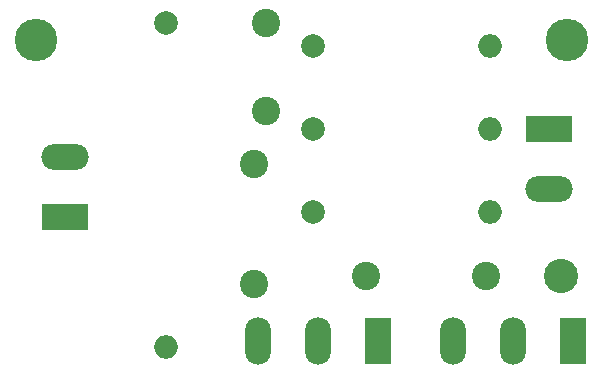
<source format=gbr>
G04 #@! TF.FileFunction,Soldermask,Top*
%FSLAX46Y46*%
G04 Gerber Fmt 4.6, Leading zero omitted, Abs format (unit mm)*
G04 Created by KiCad (PCBNEW 4.0.6) date Friday, 28 July 2017 'PMt' 19:56:44*
%MOMM*%
%LPD*%
G01*
G04 APERTURE LIST*
%ADD10C,0.100000*%
%ADD11C,2.398980*%
%ADD12R,4.000000X2.200000*%
%ADD13O,4.000000X2.200000*%
%ADD14R,2.200000X4.000000*%
%ADD15O,2.200000X4.000000*%
%ADD16C,2.899360*%
%ADD17C,2.400000*%
%ADD18C,3.600000*%
%ADD19C,2.000000*%
%ADD20O,2.000000X2.000000*%
G04 APERTURE END LIST*
D10*
D11*
X182500000Y-111500000D03*
X182500000Y-121660000D03*
D12*
X166500000Y-116000000D03*
D13*
X166500000Y-110920000D03*
D12*
X207500000Y-108500000D03*
D13*
X207500000Y-113580000D03*
D11*
X192000000Y-121000000D03*
X202160000Y-121000000D03*
D14*
X193000000Y-126500000D03*
D15*
X187920000Y-126500000D03*
X182840000Y-126500000D03*
D14*
X209500000Y-126500000D03*
D15*
X204420000Y-126500000D03*
X199340000Y-126500000D03*
D16*
X208500000Y-121000000D03*
D17*
X183500000Y-99500000D03*
X183500000Y-107000000D03*
D18*
X164000000Y-101000000D03*
X209000000Y-101000000D03*
D19*
X175000000Y-99500000D03*
D20*
X175000000Y-127000000D03*
D19*
X187500000Y-108500000D03*
D20*
X202500000Y-108500000D03*
D19*
X187500000Y-101500000D03*
D20*
X202500000Y-101500000D03*
D19*
X187500000Y-115500000D03*
D20*
X202500000Y-115500000D03*
M02*

</source>
